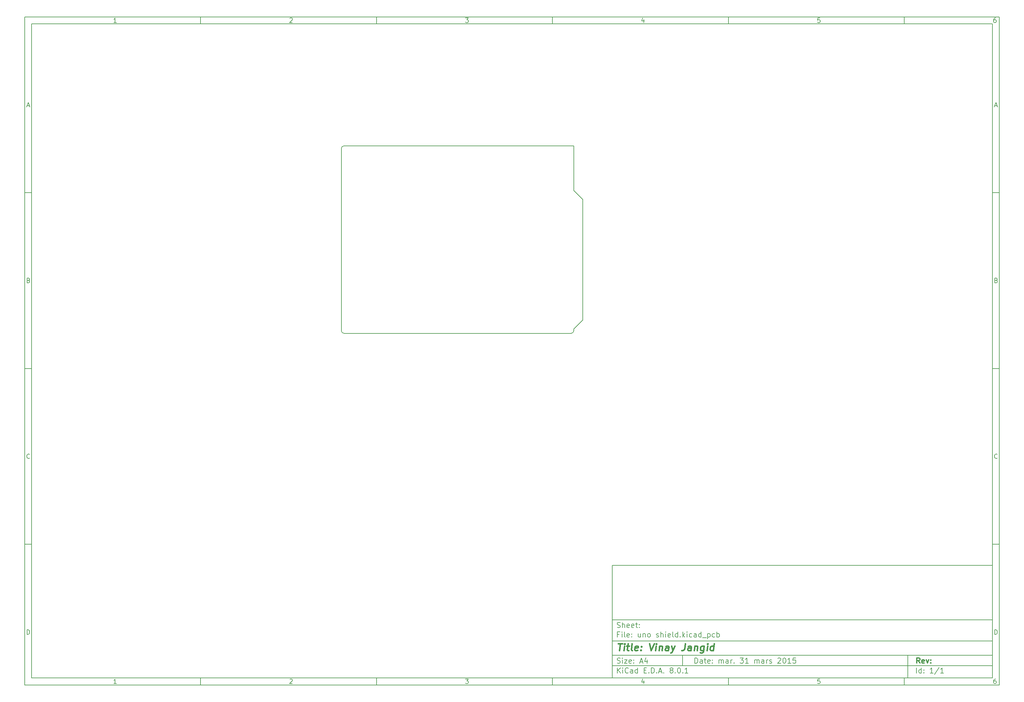
<source format=gbr>
%TF.GenerationSoftware,KiCad,Pcbnew,8.0.1*%
%TF.CreationDate,2024-04-16T15:40:23+05:30*%
%TF.ProjectId,uno shield,756e6f20-7368-4696-956c-642e6b696361,rev?*%
%TF.SameCoordinates,PX5f5e100PY5f5e100*%
%TF.FileFunction,Profile,NP*%
%FSLAX46Y46*%
G04 Gerber Fmt 4.6, Leading zero omitted, Abs format (unit mm)*
G04 Created by KiCad (PCBNEW 8.0.1) date 2024-04-16 15:40:23*
%MOMM*%
%LPD*%
G01*
G04 APERTURE LIST*
%ADD10C,0.100000*%
%ADD11C,0.150000*%
%ADD12C,0.300000*%
%ADD13C,0.400000*%
%TA.AperFunction,Profile*%
%ADD14C,0.150000*%
%TD*%
G04 APERTURE END LIST*
D10*
D11*
X77002200Y-66007200D02*
X185002200Y-66007200D01*
X185002200Y-98007200D01*
X77002200Y-98007200D01*
X77002200Y-66007200D01*
D10*
D11*
X-90000000Y90000000D02*
X187002200Y90000000D01*
X187002200Y-100007200D01*
X-90000000Y-100007200D01*
X-90000000Y90000000D01*
D10*
D11*
X-88000000Y88000000D02*
X185002200Y88000000D01*
X185002200Y-98007200D01*
X-88000000Y-98007200D01*
X-88000000Y88000000D01*
D10*
D11*
X-40000000Y88000000D02*
X-40000000Y90000000D01*
D10*
D11*
X10000000Y88000000D02*
X10000000Y90000000D01*
D10*
D11*
X60000000Y88000000D02*
X60000000Y90000000D01*
D10*
D11*
X110000000Y88000000D02*
X110000000Y90000000D01*
D10*
D11*
X160000000Y88000000D02*
X160000000Y90000000D01*
D10*
D11*
X-63910840Y88406396D02*
X-64653697Y88406396D01*
X-64282269Y88406396D02*
X-64282269Y89706396D01*
X-64282269Y89706396D02*
X-64406078Y89520681D01*
X-64406078Y89520681D02*
X-64529888Y89396872D01*
X-64529888Y89396872D02*
X-64653697Y89334967D01*
D10*
D11*
X-14653697Y89582586D02*
X-14591793Y89644491D01*
X-14591793Y89644491D02*
X-14467983Y89706396D01*
X-14467983Y89706396D02*
X-14158459Y89706396D01*
X-14158459Y89706396D02*
X-14034650Y89644491D01*
X-14034650Y89644491D02*
X-13972745Y89582586D01*
X-13972745Y89582586D02*
X-13910840Y89458777D01*
X-13910840Y89458777D02*
X-13910840Y89334967D01*
X-13910840Y89334967D02*
X-13972745Y89149253D01*
X-13972745Y89149253D02*
X-14715602Y88406396D01*
X-14715602Y88406396D02*
X-13910840Y88406396D01*
D10*
D11*
X35284398Y89706396D02*
X36089160Y89706396D01*
X36089160Y89706396D02*
X35655826Y89211158D01*
X35655826Y89211158D02*
X35841541Y89211158D01*
X35841541Y89211158D02*
X35965350Y89149253D01*
X35965350Y89149253D02*
X36027255Y89087348D01*
X36027255Y89087348D02*
X36089160Y88963539D01*
X36089160Y88963539D02*
X36089160Y88654015D01*
X36089160Y88654015D02*
X36027255Y88530205D01*
X36027255Y88530205D02*
X35965350Y88468300D01*
X35965350Y88468300D02*
X35841541Y88406396D01*
X35841541Y88406396D02*
X35470112Y88406396D01*
X35470112Y88406396D02*
X35346303Y88468300D01*
X35346303Y88468300D02*
X35284398Y88530205D01*
D10*
D11*
X85965350Y89273062D02*
X85965350Y88406396D01*
X85655826Y89768300D02*
X85346303Y88839729D01*
X85346303Y88839729D02*
X86151064Y88839729D01*
D10*
D11*
X136027255Y89706396D02*
X135408207Y89706396D01*
X135408207Y89706396D02*
X135346303Y89087348D01*
X135346303Y89087348D02*
X135408207Y89149253D01*
X135408207Y89149253D02*
X135532017Y89211158D01*
X135532017Y89211158D02*
X135841541Y89211158D01*
X135841541Y89211158D02*
X135965350Y89149253D01*
X135965350Y89149253D02*
X136027255Y89087348D01*
X136027255Y89087348D02*
X136089160Y88963539D01*
X136089160Y88963539D02*
X136089160Y88654015D01*
X136089160Y88654015D02*
X136027255Y88530205D01*
X136027255Y88530205D02*
X135965350Y88468300D01*
X135965350Y88468300D02*
X135841541Y88406396D01*
X135841541Y88406396D02*
X135532017Y88406396D01*
X135532017Y88406396D02*
X135408207Y88468300D01*
X135408207Y88468300D02*
X135346303Y88530205D01*
D10*
D11*
X185965350Y89706396D02*
X185717731Y89706396D01*
X185717731Y89706396D02*
X185593922Y89644491D01*
X185593922Y89644491D02*
X185532017Y89582586D01*
X185532017Y89582586D02*
X185408207Y89396872D01*
X185408207Y89396872D02*
X185346303Y89149253D01*
X185346303Y89149253D02*
X185346303Y88654015D01*
X185346303Y88654015D02*
X185408207Y88530205D01*
X185408207Y88530205D02*
X185470112Y88468300D01*
X185470112Y88468300D02*
X185593922Y88406396D01*
X185593922Y88406396D02*
X185841541Y88406396D01*
X185841541Y88406396D02*
X185965350Y88468300D01*
X185965350Y88468300D02*
X186027255Y88530205D01*
X186027255Y88530205D02*
X186089160Y88654015D01*
X186089160Y88654015D02*
X186089160Y88963539D01*
X186089160Y88963539D02*
X186027255Y89087348D01*
X186027255Y89087348D02*
X185965350Y89149253D01*
X185965350Y89149253D02*
X185841541Y89211158D01*
X185841541Y89211158D02*
X185593922Y89211158D01*
X185593922Y89211158D02*
X185470112Y89149253D01*
X185470112Y89149253D02*
X185408207Y89087348D01*
X185408207Y89087348D02*
X185346303Y88963539D01*
D10*
D11*
X-40000000Y-98007200D02*
X-40000000Y-100007200D01*
D10*
D11*
X10000000Y-98007200D02*
X10000000Y-100007200D01*
D10*
D11*
X60000000Y-98007200D02*
X60000000Y-100007200D01*
D10*
D11*
X110000000Y-98007200D02*
X110000000Y-100007200D01*
D10*
D11*
X160000000Y-98007200D02*
X160000000Y-100007200D01*
D10*
D11*
X-63910840Y-99600804D02*
X-64653697Y-99600804D01*
X-64282269Y-99600804D02*
X-64282269Y-98300804D01*
X-64282269Y-98300804D02*
X-64406078Y-98486519D01*
X-64406078Y-98486519D02*
X-64529888Y-98610328D01*
X-64529888Y-98610328D02*
X-64653697Y-98672233D01*
D10*
D11*
X-14653697Y-98424614D02*
X-14591793Y-98362709D01*
X-14591793Y-98362709D02*
X-14467983Y-98300804D01*
X-14467983Y-98300804D02*
X-14158459Y-98300804D01*
X-14158459Y-98300804D02*
X-14034650Y-98362709D01*
X-14034650Y-98362709D02*
X-13972745Y-98424614D01*
X-13972745Y-98424614D02*
X-13910840Y-98548423D01*
X-13910840Y-98548423D02*
X-13910840Y-98672233D01*
X-13910840Y-98672233D02*
X-13972745Y-98857947D01*
X-13972745Y-98857947D02*
X-14715602Y-99600804D01*
X-14715602Y-99600804D02*
X-13910840Y-99600804D01*
D10*
D11*
X35284398Y-98300804D02*
X36089160Y-98300804D01*
X36089160Y-98300804D02*
X35655826Y-98796042D01*
X35655826Y-98796042D02*
X35841541Y-98796042D01*
X35841541Y-98796042D02*
X35965350Y-98857947D01*
X35965350Y-98857947D02*
X36027255Y-98919852D01*
X36027255Y-98919852D02*
X36089160Y-99043661D01*
X36089160Y-99043661D02*
X36089160Y-99353185D01*
X36089160Y-99353185D02*
X36027255Y-99476995D01*
X36027255Y-99476995D02*
X35965350Y-99538900D01*
X35965350Y-99538900D02*
X35841541Y-99600804D01*
X35841541Y-99600804D02*
X35470112Y-99600804D01*
X35470112Y-99600804D02*
X35346303Y-99538900D01*
X35346303Y-99538900D02*
X35284398Y-99476995D01*
D10*
D11*
X85965350Y-98734138D02*
X85965350Y-99600804D01*
X85655826Y-98238900D02*
X85346303Y-99167471D01*
X85346303Y-99167471D02*
X86151064Y-99167471D01*
D10*
D11*
X136027255Y-98300804D02*
X135408207Y-98300804D01*
X135408207Y-98300804D02*
X135346303Y-98919852D01*
X135346303Y-98919852D02*
X135408207Y-98857947D01*
X135408207Y-98857947D02*
X135532017Y-98796042D01*
X135532017Y-98796042D02*
X135841541Y-98796042D01*
X135841541Y-98796042D02*
X135965350Y-98857947D01*
X135965350Y-98857947D02*
X136027255Y-98919852D01*
X136027255Y-98919852D02*
X136089160Y-99043661D01*
X136089160Y-99043661D02*
X136089160Y-99353185D01*
X136089160Y-99353185D02*
X136027255Y-99476995D01*
X136027255Y-99476995D02*
X135965350Y-99538900D01*
X135965350Y-99538900D02*
X135841541Y-99600804D01*
X135841541Y-99600804D02*
X135532017Y-99600804D01*
X135532017Y-99600804D02*
X135408207Y-99538900D01*
X135408207Y-99538900D02*
X135346303Y-99476995D01*
D10*
D11*
X185965350Y-98300804D02*
X185717731Y-98300804D01*
X185717731Y-98300804D02*
X185593922Y-98362709D01*
X185593922Y-98362709D02*
X185532017Y-98424614D01*
X185532017Y-98424614D02*
X185408207Y-98610328D01*
X185408207Y-98610328D02*
X185346303Y-98857947D01*
X185346303Y-98857947D02*
X185346303Y-99353185D01*
X185346303Y-99353185D02*
X185408207Y-99476995D01*
X185408207Y-99476995D02*
X185470112Y-99538900D01*
X185470112Y-99538900D02*
X185593922Y-99600804D01*
X185593922Y-99600804D02*
X185841541Y-99600804D01*
X185841541Y-99600804D02*
X185965350Y-99538900D01*
X185965350Y-99538900D02*
X186027255Y-99476995D01*
X186027255Y-99476995D02*
X186089160Y-99353185D01*
X186089160Y-99353185D02*
X186089160Y-99043661D01*
X186089160Y-99043661D02*
X186027255Y-98919852D01*
X186027255Y-98919852D02*
X185965350Y-98857947D01*
X185965350Y-98857947D02*
X185841541Y-98796042D01*
X185841541Y-98796042D02*
X185593922Y-98796042D01*
X185593922Y-98796042D02*
X185470112Y-98857947D01*
X185470112Y-98857947D02*
X185408207Y-98919852D01*
X185408207Y-98919852D02*
X185346303Y-99043661D01*
D10*
D11*
X-90000000Y40000000D02*
X-88000000Y40000000D01*
D10*
D11*
X-90000000Y-10000000D02*
X-88000000Y-10000000D01*
D10*
D11*
X-90000000Y-60000000D02*
X-88000000Y-60000000D01*
D10*
D11*
X-89309524Y64777824D02*
X-88690477Y64777824D01*
X-89433334Y64406396D02*
X-89000001Y65706396D01*
X-89000001Y65706396D02*
X-88566667Y64406396D01*
D10*
D11*
X-88907143Y15087348D02*
X-88721429Y15025443D01*
X-88721429Y15025443D02*
X-88659524Y14963539D01*
X-88659524Y14963539D02*
X-88597620Y14839729D01*
X-88597620Y14839729D02*
X-88597620Y14654015D01*
X-88597620Y14654015D02*
X-88659524Y14530205D01*
X-88659524Y14530205D02*
X-88721429Y14468300D01*
X-88721429Y14468300D02*
X-88845239Y14406396D01*
X-88845239Y14406396D02*
X-89340477Y14406396D01*
X-89340477Y14406396D02*
X-89340477Y15706396D01*
X-89340477Y15706396D02*
X-88907143Y15706396D01*
X-88907143Y15706396D02*
X-88783334Y15644491D01*
X-88783334Y15644491D02*
X-88721429Y15582586D01*
X-88721429Y15582586D02*
X-88659524Y15458777D01*
X-88659524Y15458777D02*
X-88659524Y15334967D01*
X-88659524Y15334967D02*
X-88721429Y15211158D01*
X-88721429Y15211158D02*
X-88783334Y15149253D01*
X-88783334Y15149253D02*
X-88907143Y15087348D01*
X-88907143Y15087348D02*
X-89340477Y15087348D01*
D10*
D11*
X-88597620Y-35469795D02*
X-88659524Y-35531700D01*
X-88659524Y-35531700D02*
X-88845239Y-35593604D01*
X-88845239Y-35593604D02*
X-88969048Y-35593604D01*
X-88969048Y-35593604D02*
X-89154762Y-35531700D01*
X-89154762Y-35531700D02*
X-89278572Y-35407890D01*
X-89278572Y-35407890D02*
X-89340477Y-35284080D01*
X-89340477Y-35284080D02*
X-89402381Y-35036461D01*
X-89402381Y-35036461D02*
X-89402381Y-34850747D01*
X-89402381Y-34850747D02*
X-89340477Y-34603128D01*
X-89340477Y-34603128D02*
X-89278572Y-34479319D01*
X-89278572Y-34479319D02*
X-89154762Y-34355509D01*
X-89154762Y-34355509D02*
X-88969048Y-34293604D01*
X-88969048Y-34293604D02*
X-88845239Y-34293604D01*
X-88845239Y-34293604D02*
X-88659524Y-34355509D01*
X-88659524Y-34355509D02*
X-88597620Y-34417414D01*
D10*
D11*
X-89340477Y-85593604D02*
X-89340477Y-84293604D01*
X-89340477Y-84293604D02*
X-89030953Y-84293604D01*
X-89030953Y-84293604D02*
X-88845239Y-84355509D01*
X-88845239Y-84355509D02*
X-88721429Y-84479319D01*
X-88721429Y-84479319D02*
X-88659524Y-84603128D01*
X-88659524Y-84603128D02*
X-88597620Y-84850747D01*
X-88597620Y-84850747D02*
X-88597620Y-85036461D01*
X-88597620Y-85036461D02*
X-88659524Y-85284080D01*
X-88659524Y-85284080D02*
X-88721429Y-85407890D01*
X-88721429Y-85407890D02*
X-88845239Y-85531700D01*
X-88845239Y-85531700D02*
X-89030953Y-85593604D01*
X-89030953Y-85593604D02*
X-89340477Y-85593604D01*
D10*
D11*
X187002200Y40000000D02*
X185002200Y40000000D01*
D10*
D11*
X187002200Y-10000000D02*
X185002200Y-10000000D01*
D10*
D11*
X187002200Y-60000000D02*
X185002200Y-60000000D01*
D10*
D11*
X185692676Y64777824D02*
X186311723Y64777824D01*
X185568866Y64406396D02*
X186002199Y65706396D01*
X186002199Y65706396D02*
X186435533Y64406396D01*
D10*
D11*
X186095057Y15087348D02*
X186280771Y15025443D01*
X186280771Y15025443D02*
X186342676Y14963539D01*
X186342676Y14963539D02*
X186404580Y14839729D01*
X186404580Y14839729D02*
X186404580Y14654015D01*
X186404580Y14654015D02*
X186342676Y14530205D01*
X186342676Y14530205D02*
X186280771Y14468300D01*
X186280771Y14468300D02*
X186156961Y14406396D01*
X186156961Y14406396D02*
X185661723Y14406396D01*
X185661723Y14406396D02*
X185661723Y15706396D01*
X185661723Y15706396D02*
X186095057Y15706396D01*
X186095057Y15706396D02*
X186218866Y15644491D01*
X186218866Y15644491D02*
X186280771Y15582586D01*
X186280771Y15582586D02*
X186342676Y15458777D01*
X186342676Y15458777D02*
X186342676Y15334967D01*
X186342676Y15334967D02*
X186280771Y15211158D01*
X186280771Y15211158D02*
X186218866Y15149253D01*
X186218866Y15149253D02*
X186095057Y15087348D01*
X186095057Y15087348D02*
X185661723Y15087348D01*
D10*
D11*
X186404580Y-35469795D02*
X186342676Y-35531700D01*
X186342676Y-35531700D02*
X186156961Y-35593604D01*
X186156961Y-35593604D02*
X186033152Y-35593604D01*
X186033152Y-35593604D02*
X185847438Y-35531700D01*
X185847438Y-35531700D02*
X185723628Y-35407890D01*
X185723628Y-35407890D02*
X185661723Y-35284080D01*
X185661723Y-35284080D02*
X185599819Y-35036461D01*
X185599819Y-35036461D02*
X185599819Y-34850747D01*
X185599819Y-34850747D02*
X185661723Y-34603128D01*
X185661723Y-34603128D02*
X185723628Y-34479319D01*
X185723628Y-34479319D02*
X185847438Y-34355509D01*
X185847438Y-34355509D02*
X186033152Y-34293604D01*
X186033152Y-34293604D02*
X186156961Y-34293604D01*
X186156961Y-34293604D02*
X186342676Y-34355509D01*
X186342676Y-34355509D02*
X186404580Y-34417414D01*
D10*
D11*
X185661723Y-85593604D02*
X185661723Y-84293604D01*
X185661723Y-84293604D02*
X185971247Y-84293604D01*
X185971247Y-84293604D02*
X186156961Y-84355509D01*
X186156961Y-84355509D02*
X186280771Y-84479319D01*
X186280771Y-84479319D02*
X186342676Y-84603128D01*
X186342676Y-84603128D02*
X186404580Y-84850747D01*
X186404580Y-84850747D02*
X186404580Y-85036461D01*
X186404580Y-85036461D02*
X186342676Y-85284080D01*
X186342676Y-85284080D02*
X186280771Y-85407890D01*
X186280771Y-85407890D02*
X186156961Y-85531700D01*
X186156961Y-85531700D02*
X185971247Y-85593604D01*
X185971247Y-85593604D02*
X185661723Y-85593604D01*
D10*
D11*
X100458026Y-93793328D02*
X100458026Y-92293328D01*
X100458026Y-92293328D02*
X100815169Y-92293328D01*
X100815169Y-92293328D02*
X101029455Y-92364757D01*
X101029455Y-92364757D02*
X101172312Y-92507614D01*
X101172312Y-92507614D02*
X101243741Y-92650471D01*
X101243741Y-92650471D02*
X101315169Y-92936185D01*
X101315169Y-92936185D02*
X101315169Y-93150471D01*
X101315169Y-93150471D02*
X101243741Y-93436185D01*
X101243741Y-93436185D02*
X101172312Y-93579042D01*
X101172312Y-93579042D02*
X101029455Y-93721900D01*
X101029455Y-93721900D02*
X100815169Y-93793328D01*
X100815169Y-93793328D02*
X100458026Y-93793328D01*
X102600884Y-93793328D02*
X102600884Y-93007614D01*
X102600884Y-93007614D02*
X102529455Y-92864757D01*
X102529455Y-92864757D02*
X102386598Y-92793328D01*
X102386598Y-92793328D02*
X102100884Y-92793328D01*
X102100884Y-92793328D02*
X101958026Y-92864757D01*
X102600884Y-93721900D02*
X102458026Y-93793328D01*
X102458026Y-93793328D02*
X102100884Y-93793328D01*
X102100884Y-93793328D02*
X101958026Y-93721900D01*
X101958026Y-93721900D02*
X101886598Y-93579042D01*
X101886598Y-93579042D02*
X101886598Y-93436185D01*
X101886598Y-93436185D02*
X101958026Y-93293328D01*
X101958026Y-93293328D02*
X102100884Y-93221900D01*
X102100884Y-93221900D02*
X102458026Y-93221900D01*
X102458026Y-93221900D02*
X102600884Y-93150471D01*
X103100884Y-92793328D02*
X103672312Y-92793328D01*
X103315169Y-92293328D02*
X103315169Y-93579042D01*
X103315169Y-93579042D02*
X103386598Y-93721900D01*
X103386598Y-93721900D02*
X103529455Y-93793328D01*
X103529455Y-93793328D02*
X103672312Y-93793328D01*
X104743741Y-93721900D02*
X104600884Y-93793328D01*
X104600884Y-93793328D02*
X104315170Y-93793328D01*
X104315170Y-93793328D02*
X104172312Y-93721900D01*
X104172312Y-93721900D02*
X104100884Y-93579042D01*
X104100884Y-93579042D02*
X104100884Y-93007614D01*
X104100884Y-93007614D02*
X104172312Y-92864757D01*
X104172312Y-92864757D02*
X104315170Y-92793328D01*
X104315170Y-92793328D02*
X104600884Y-92793328D01*
X104600884Y-92793328D02*
X104743741Y-92864757D01*
X104743741Y-92864757D02*
X104815170Y-93007614D01*
X104815170Y-93007614D02*
X104815170Y-93150471D01*
X104815170Y-93150471D02*
X104100884Y-93293328D01*
X105458026Y-93650471D02*
X105529455Y-93721900D01*
X105529455Y-93721900D02*
X105458026Y-93793328D01*
X105458026Y-93793328D02*
X105386598Y-93721900D01*
X105386598Y-93721900D02*
X105458026Y-93650471D01*
X105458026Y-93650471D02*
X105458026Y-93793328D01*
X105458026Y-92864757D02*
X105529455Y-92936185D01*
X105529455Y-92936185D02*
X105458026Y-93007614D01*
X105458026Y-93007614D02*
X105386598Y-92936185D01*
X105386598Y-92936185D02*
X105458026Y-92864757D01*
X105458026Y-92864757D02*
X105458026Y-93007614D01*
X107315169Y-93793328D02*
X107315169Y-92793328D01*
X107315169Y-92936185D02*
X107386598Y-92864757D01*
X107386598Y-92864757D02*
X107529455Y-92793328D01*
X107529455Y-92793328D02*
X107743741Y-92793328D01*
X107743741Y-92793328D02*
X107886598Y-92864757D01*
X107886598Y-92864757D02*
X107958027Y-93007614D01*
X107958027Y-93007614D02*
X107958027Y-93793328D01*
X107958027Y-93007614D02*
X108029455Y-92864757D01*
X108029455Y-92864757D02*
X108172312Y-92793328D01*
X108172312Y-92793328D02*
X108386598Y-92793328D01*
X108386598Y-92793328D02*
X108529455Y-92864757D01*
X108529455Y-92864757D02*
X108600884Y-93007614D01*
X108600884Y-93007614D02*
X108600884Y-93793328D01*
X109958027Y-93793328D02*
X109958027Y-93007614D01*
X109958027Y-93007614D02*
X109886598Y-92864757D01*
X109886598Y-92864757D02*
X109743741Y-92793328D01*
X109743741Y-92793328D02*
X109458027Y-92793328D01*
X109458027Y-92793328D02*
X109315169Y-92864757D01*
X109958027Y-93721900D02*
X109815169Y-93793328D01*
X109815169Y-93793328D02*
X109458027Y-93793328D01*
X109458027Y-93793328D02*
X109315169Y-93721900D01*
X109315169Y-93721900D02*
X109243741Y-93579042D01*
X109243741Y-93579042D02*
X109243741Y-93436185D01*
X109243741Y-93436185D02*
X109315169Y-93293328D01*
X109315169Y-93293328D02*
X109458027Y-93221900D01*
X109458027Y-93221900D02*
X109815169Y-93221900D01*
X109815169Y-93221900D02*
X109958027Y-93150471D01*
X110672312Y-93793328D02*
X110672312Y-92793328D01*
X110672312Y-93079042D02*
X110743741Y-92936185D01*
X110743741Y-92936185D02*
X110815170Y-92864757D01*
X110815170Y-92864757D02*
X110958027Y-92793328D01*
X110958027Y-92793328D02*
X111100884Y-92793328D01*
X111600883Y-93650471D02*
X111672312Y-93721900D01*
X111672312Y-93721900D02*
X111600883Y-93793328D01*
X111600883Y-93793328D02*
X111529455Y-93721900D01*
X111529455Y-93721900D02*
X111600883Y-93650471D01*
X111600883Y-93650471D02*
X111600883Y-93793328D01*
X113315169Y-92293328D02*
X114243741Y-92293328D01*
X114243741Y-92293328D02*
X113743741Y-92864757D01*
X113743741Y-92864757D02*
X113958026Y-92864757D01*
X113958026Y-92864757D02*
X114100884Y-92936185D01*
X114100884Y-92936185D02*
X114172312Y-93007614D01*
X114172312Y-93007614D02*
X114243741Y-93150471D01*
X114243741Y-93150471D02*
X114243741Y-93507614D01*
X114243741Y-93507614D02*
X114172312Y-93650471D01*
X114172312Y-93650471D02*
X114100884Y-93721900D01*
X114100884Y-93721900D02*
X113958026Y-93793328D01*
X113958026Y-93793328D02*
X113529455Y-93793328D01*
X113529455Y-93793328D02*
X113386598Y-93721900D01*
X113386598Y-93721900D02*
X113315169Y-93650471D01*
X115672312Y-93793328D02*
X114815169Y-93793328D01*
X115243740Y-93793328D02*
X115243740Y-92293328D01*
X115243740Y-92293328D02*
X115100883Y-92507614D01*
X115100883Y-92507614D02*
X114958026Y-92650471D01*
X114958026Y-92650471D02*
X114815169Y-92721900D01*
X117458025Y-93793328D02*
X117458025Y-92793328D01*
X117458025Y-92936185D02*
X117529454Y-92864757D01*
X117529454Y-92864757D02*
X117672311Y-92793328D01*
X117672311Y-92793328D02*
X117886597Y-92793328D01*
X117886597Y-92793328D02*
X118029454Y-92864757D01*
X118029454Y-92864757D02*
X118100883Y-93007614D01*
X118100883Y-93007614D02*
X118100883Y-93793328D01*
X118100883Y-93007614D02*
X118172311Y-92864757D01*
X118172311Y-92864757D02*
X118315168Y-92793328D01*
X118315168Y-92793328D02*
X118529454Y-92793328D01*
X118529454Y-92793328D02*
X118672311Y-92864757D01*
X118672311Y-92864757D02*
X118743740Y-93007614D01*
X118743740Y-93007614D02*
X118743740Y-93793328D01*
X120100883Y-93793328D02*
X120100883Y-93007614D01*
X120100883Y-93007614D02*
X120029454Y-92864757D01*
X120029454Y-92864757D02*
X119886597Y-92793328D01*
X119886597Y-92793328D02*
X119600883Y-92793328D01*
X119600883Y-92793328D02*
X119458025Y-92864757D01*
X120100883Y-93721900D02*
X119958025Y-93793328D01*
X119958025Y-93793328D02*
X119600883Y-93793328D01*
X119600883Y-93793328D02*
X119458025Y-93721900D01*
X119458025Y-93721900D02*
X119386597Y-93579042D01*
X119386597Y-93579042D02*
X119386597Y-93436185D01*
X119386597Y-93436185D02*
X119458025Y-93293328D01*
X119458025Y-93293328D02*
X119600883Y-93221900D01*
X119600883Y-93221900D02*
X119958025Y-93221900D01*
X119958025Y-93221900D02*
X120100883Y-93150471D01*
X120815168Y-93793328D02*
X120815168Y-92793328D01*
X120815168Y-93079042D02*
X120886597Y-92936185D01*
X120886597Y-92936185D02*
X120958026Y-92864757D01*
X120958026Y-92864757D02*
X121100883Y-92793328D01*
X121100883Y-92793328D02*
X121243740Y-92793328D01*
X121672311Y-93721900D02*
X121815168Y-93793328D01*
X121815168Y-93793328D02*
X122100882Y-93793328D01*
X122100882Y-93793328D02*
X122243739Y-93721900D01*
X122243739Y-93721900D02*
X122315168Y-93579042D01*
X122315168Y-93579042D02*
X122315168Y-93507614D01*
X122315168Y-93507614D02*
X122243739Y-93364757D01*
X122243739Y-93364757D02*
X122100882Y-93293328D01*
X122100882Y-93293328D02*
X121886597Y-93293328D01*
X121886597Y-93293328D02*
X121743739Y-93221900D01*
X121743739Y-93221900D02*
X121672311Y-93079042D01*
X121672311Y-93079042D02*
X121672311Y-93007614D01*
X121672311Y-93007614D02*
X121743739Y-92864757D01*
X121743739Y-92864757D02*
X121886597Y-92793328D01*
X121886597Y-92793328D02*
X122100882Y-92793328D01*
X122100882Y-92793328D02*
X122243739Y-92864757D01*
X124029454Y-92436185D02*
X124100882Y-92364757D01*
X124100882Y-92364757D02*
X124243740Y-92293328D01*
X124243740Y-92293328D02*
X124600882Y-92293328D01*
X124600882Y-92293328D02*
X124743740Y-92364757D01*
X124743740Y-92364757D02*
X124815168Y-92436185D01*
X124815168Y-92436185D02*
X124886597Y-92579042D01*
X124886597Y-92579042D02*
X124886597Y-92721900D01*
X124886597Y-92721900D02*
X124815168Y-92936185D01*
X124815168Y-92936185D02*
X123958025Y-93793328D01*
X123958025Y-93793328D02*
X124886597Y-93793328D01*
X125815168Y-92293328D02*
X125958025Y-92293328D01*
X125958025Y-92293328D02*
X126100882Y-92364757D01*
X126100882Y-92364757D02*
X126172311Y-92436185D01*
X126172311Y-92436185D02*
X126243739Y-92579042D01*
X126243739Y-92579042D02*
X126315168Y-92864757D01*
X126315168Y-92864757D02*
X126315168Y-93221900D01*
X126315168Y-93221900D02*
X126243739Y-93507614D01*
X126243739Y-93507614D02*
X126172311Y-93650471D01*
X126172311Y-93650471D02*
X126100882Y-93721900D01*
X126100882Y-93721900D02*
X125958025Y-93793328D01*
X125958025Y-93793328D02*
X125815168Y-93793328D01*
X125815168Y-93793328D02*
X125672311Y-93721900D01*
X125672311Y-93721900D02*
X125600882Y-93650471D01*
X125600882Y-93650471D02*
X125529453Y-93507614D01*
X125529453Y-93507614D02*
X125458025Y-93221900D01*
X125458025Y-93221900D02*
X125458025Y-92864757D01*
X125458025Y-92864757D02*
X125529453Y-92579042D01*
X125529453Y-92579042D02*
X125600882Y-92436185D01*
X125600882Y-92436185D02*
X125672311Y-92364757D01*
X125672311Y-92364757D02*
X125815168Y-92293328D01*
X127743739Y-93793328D02*
X126886596Y-93793328D01*
X127315167Y-93793328D02*
X127315167Y-92293328D01*
X127315167Y-92293328D02*
X127172310Y-92507614D01*
X127172310Y-92507614D02*
X127029453Y-92650471D01*
X127029453Y-92650471D02*
X126886596Y-92721900D01*
X129100881Y-92293328D02*
X128386595Y-92293328D01*
X128386595Y-92293328D02*
X128315167Y-93007614D01*
X128315167Y-93007614D02*
X128386595Y-92936185D01*
X128386595Y-92936185D02*
X128529453Y-92864757D01*
X128529453Y-92864757D02*
X128886595Y-92864757D01*
X128886595Y-92864757D02*
X129029453Y-92936185D01*
X129029453Y-92936185D02*
X129100881Y-93007614D01*
X129100881Y-93007614D02*
X129172310Y-93150471D01*
X129172310Y-93150471D02*
X129172310Y-93507614D01*
X129172310Y-93507614D02*
X129100881Y-93650471D01*
X129100881Y-93650471D02*
X129029453Y-93721900D01*
X129029453Y-93721900D02*
X128886595Y-93793328D01*
X128886595Y-93793328D02*
X128529453Y-93793328D01*
X128529453Y-93793328D02*
X128386595Y-93721900D01*
X128386595Y-93721900D02*
X128315167Y-93650471D01*
D10*
D11*
X77002200Y-94507200D02*
X185002200Y-94507200D01*
D10*
D11*
X78458026Y-96593328D02*
X78458026Y-95093328D01*
X79315169Y-96593328D02*
X78672312Y-95736185D01*
X79315169Y-95093328D02*
X78458026Y-95950471D01*
X79958026Y-96593328D02*
X79958026Y-95593328D01*
X79958026Y-95093328D02*
X79886598Y-95164757D01*
X79886598Y-95164757D02*
X79958026Y-95236185D01*
X79958026Y-95236185D02*
X80029455Y-95164757D01*
X80029455Y-95164757D02*
X79958026Y-95093328D01*
X79958026Y-95093328D02*
X79958026Y-95236185D01*
X81529455Y-96450471D02*
X81458027Y-96521900D01*
X81458027Y-96521900D02*
X81243741Y-96593328D01*
X81243741Y-96593328D02*
X81100884Y-96593328D01*
X81100884Y-96593328D02*
X80886598Y-96521900D01*
X80886598Y-96521900D02*
X80743741Y-96379042D01*
X80743741Y-96379042D02*
X80672312Y-96236185D01*
X80672312Y-96236185D02*
X80600884Y-95950471D01*
X80600884Y-95950471D02*
X80600884Y-95736185D01*
X80600884Y-95736185D02*
X80672312Y-95450471D01*
X80672312Y-95450471D02*
X80743741Y-95307614D01*
X80743741Y-95307614D02*
X80886598Y-95164757D01*
X80886598Y-95164757D02*
X81100884Y-95093328D01*
X81100884Y-95093328D02*
X81243741Y-95093328D01*
X81243741Y-95093328D02*
X81458027Y-95164757D01*
X81458027Y-95164757D02*
X81529455Y-95236185D01*
X82815170Y-96593328D02*
X82815170Y-95807614D01*
X82815170Y-95807614D02*
X82743741Y-95664757D01*
X82743741Y-95664757D02*
X82600884Y-95593328D01*
X82600884Y-95593328D02*
X82315170Y-95593328D01*
X82315170Y-95593328D02*
X82172312Y-95664757D01*
X82815170Y-96521900D02*
X82672312Y-96593328D01*
X82672312Y-96593328D02*
X82315170Y-96593328D01*
X82315170Y-96593328D02*
X82172312Y-96521900D01*
X82172312Y-96521900D02*
X82100884Y-96379042D01*
X82100884Y-96379042D02*
X82100884Y-96236185D01*
X82100884Y-96236185D02*
X82172312Y-96093328D01*
X82172312Y-96093328D02*
X82315170Y-96021900D01*
X82315170Y-96021900D02*
X82672312Y-96021900D01*
X82672312Y-96021900D02*
X82815170Y-95950471D01*
X84172313Y-96593328D02*
X84172313Y-95093328D01*
X84172313Y-96521900D02*
X84029455Y-96593328D01*
X84029455Y-96593328D02*
X83743741Y-96593328D01*
X83743741Y-96593328D02*
X83600884Y-96521900D01*
X83600884Y-96521900D02*
X83529455Y-96450471D01*
X83529455Y-96450471D02*
X83458027Y-96307614D01*
X83458027Y-96307614D02*
X83458027Y-95879042D01*
X83458027Y-95879042D02*
X83529455Y-95736185D01*
X83529455Y-95736185D02*
X83600884Y-95664757D01*
X83600884Y-95664757D02*
X83743741Y-95593328D01*
X83743741Y-95593328D02*
X84029455Y-95593328D01*
X84029455Y-95593328D02*
X84172313Y-95664757D01*
X86029455Y-95807614D02*
X86529455Y-95807614D01*
X86743741Y-96593328D02*
X86029455Y-96593328D01*
X86029455Y-96593328D02*
X86029455Y-95093328D01*
X86029455Y-95093328D02*
X86743741Y-95093328D01*
X87386598Y-96450471D02*
X87458027Y-96521900D01*
X87458027Y-96521900D02*
X87386598Y-96593328D01*
X87386598Y-96593328D02*
X87315170Y-96521900D01*
X87315170Y-96521900D02*
X87386598Y-96450471D01*
X87386598Y-96450471D02*
X87386598Y-96593328D01*
X88100884Y-96593328D02*
X88100884Y-95093328D01*
X88100884Y-95093328D02*
X88458027Y-95093328D01*
X88458027Y-95093328D02*
X88672313Y-95164757D01*
X88672313Y-95164757D02*
X88815170Y-95307614D01*
X88815170Y-95307614D02*
X88886599Y-95450471D01*
X88886599Y-95450471D02*
X88958027Y-95736185D01*
X88958027Y-95736185D02*
X88958027Y-95950471D01*
X88958027Y-95950471D02*
X88886599Y-96236185D01*
X88886599Y-96236185D02*
X88815170Y-96379042D01*
X88815170Y-96379042D02*
X88672313Y-96521900D01*
X88672313Y-96521900D02*
X88458027Y-96593328D01*
X88458027Y-96593328D02*
X88100884Y-96593328D01*
X89600884Y-96450471D02*
X89672313Y-96521900D01*
X89672313Y-96521900D02*
X89600884Y-96593328D01*
X89600884Y-96593328D02*
X89529456Y-96521900D01*
X89529456Y-96521900D02*
X89600884Y-96450471D01*
X89600884Y-96450471D02*
X89600884Y-96593328D01*
X90243742Y-96164757D02*
X90958028Y-96164757D01*
X90100885Y-96593328D02*
X90600885Y-95093328D01*
X90600885Y-95093328D02*
X91100885Y-96593328D01*
X91600884Y-96450471D02*
X91672313Y-96521900D01*
X91672313Y-96521900D02*
X91600884Y-96593328D01*
X91600884Y-96593328D02*
X91529456Y-96521900D01*
X91529456Y-96521900D02*
X91600884Y-96450471D01*
X91600884Y-96450471D02*
X91600884Y-96593328D01*
X93672313Y-95736185D02*
X93529456Y-95664757D01*
X93529456Y-95664757D02*
X93458027Y-95593328D01*
X93458027Y-95593328D02*
X93386599Y-95450471D01*
X93386599Y-95450471D02*
X93386599Y-95379042D01*
X93386599Y-95379042D02*
X93458027Y-95236185D01*
X93458027Y-95236185D02*
X93529456Y-95164757D01*
X93529456Y-95164757D02*
X93672313Y-95093328D01*
X93672313Y-95093328D02*
X93958027Y-95093328D01*
X93958027Y-95093328D02*
X94100885Y-95164757D01*
X94100885Y-95164757D02*
X94172313Y-95236185D01*
X94172313Y-95236185D02*
X94243742Y-95379042D01*
X94243742Y-95379042D02*
X94243742Y-95450471D01*
X94243742Y-95450471D02*
X94172313Y-95593328D01*
X94172313Y-95593328D02*
X94100885Y-95664757D01*
X94100885Y-95664757D02*
X93958027Y-95736185D01*
X93958027Y-95736185D02*
X93672313Y-95736185D01*
X93672313Y-95736185D02*
X93529456Y-95807614D01*
X93529456Y-95807614D02*
X93458027Y-95879042D01*
X93458027Y-95879042D02*
X93386599Y-96021900D01*
X93386599Y-96021900D02*
X93386599Y-96307614D01*
X93386599Y-96307614D02*
X93458027Y-96450471D01*
X93458027Y-96450471D02*
X93529456Y-96521900D01*
X93529456Y-96521900D02*
X93672313Y-96593328D01*
X93672313Y-96593328D02*
X93958027Y-96593328D01*
X93958027Y-96593328D02*
X94100885Y-96521900D01*
X94100885Y-96521900D02*
X94172313Y-96450471D01*
X94172313Y-96450471D02*
X94243742Y-96307614D01*
X94243742Y-96307614D02*
X94243742Y-96021900D01*
X94243742Y-96021900D02*
X94172313Y-95879042D01*
X94172313Y-95879042D02*
X94100885Y-95807614D01*
X94100885Y-95807614D02*
X93958027Y-95736185D01*
X94886598Y-96450471D02*
X94958027Y-96521900D01*
X94958027Y-96521900D02*
X94886598Y-96593328D01*
X94886598Y-96593328D02*
X94815170Y-96521900D01*
X94815170Y-96521900D02*
X94886598Y-96450471D01*
X94886598Y-96450471D02*
X94886598Y-96593328D01*
X95886599Y-95093328D02*
X96029456Y-95093328D01*
X96029456Y-95093328D02*
X96172313Y-95164757D01*
X96172313Y-95164757D02*
X96243742Y-95236185D01*
X96243742Y-95236185D02*
X96315170Y-95379042D01*
X96315170Y-95379042D02*
X96386599Y-95664757D01*
X96386599Y-95664757D02*
X96386599Y-96021900D01*
X96386599Y-96021900D02*
X96315170Y-96307614D01*
X96315170Y-96307614D02*
X96243742Y-96450471D01*
X96243742Y-96450471D02*
X96172313Y-96521900D01*
X96172313Y-96521900D02*
X96029456Y-96593328D01*
X96029456Y-96593328D02*
X95886599Y-96593328D01*
X95886599Y-96593328D02*
X95743742Y-96521900D01*
X95743742Y-96521900D02*
X95672313Y-96450471D01*
X95672313Y-96450471D02*
X95600884Y-96307614D01*
X95600884Y-96307614D02*
X95529456Y-96021900D01*
X95529456Y-96021900D02*
X95529456Y-95664757D01*
X95529456Y-95664757D02*
X95600884Y-95379042D01*
X95600884Y-95379042D02*
X95672313Y-95236185D01*
X95672313Y-95236185D02*
X95743742Y-95164757D01*
X95743742Y-95164757D02*
X95886599Y-95093328D01*
X97029455Y-96450471D02*
X97100884Y-96521900D01*
X97100884Y-96521900D02*
X97029455Y-96593328D01*
X97029455Y-96593328D02*
X96958027Y-96521900D01*
X96958027Y-96521900D02*
X97029455Y-96450471D01*
X97029455Y-96450471D02*
X97029455Y-96593328D01*
X98529456Y-96593328D02*
X97672313Y-96593328D01*
X98100884Y-96593328D02*
X98100884Y-95093328D01*
X98100884Y-95093328D02*
X97958027Y-95307614D01*
X97958027Y-95307614D02*
X97815170Y-95450471D01*
X97815170Y-95450471D02*
X97672313Y-95521900D01*
D10*
D11*
X77002200Y-91507200D02*
X185002200Y-91507200D01*
D10*
D12*
X164413853Y-93785528D02*
X163913853Y-93071242D01*
X163556710Y-93785528D02*
X163556710Y-92285528D01*
X163556710Y-92285528D02*
X164128139Y-92285528D01*
X164128139Y-92285528D02*
X164270996Y-92356957D01*
X164270996Y-92356957D02*
X164342425Y-92428385D01*
X164342425Y-92428385D02*
X164413853Y-92571242D01*
X164413853Y-92571242D02*
X164413853Y-92785528D01*
X164413853Y-92785528D02*
X164342425Y-92928385D01*
X164342425Y-92928385D02*
X164270996Y-92999814D01*
X164270996Y-92999814D02*
X164128139Y-93071242D01*
X164128139Y-93071242D02*
X163556710Y-93071242D01*
X165628139Y-93714100D02*
X165485282Y-93785528D01*
X165485282Y-93785528D02*
X165199568Y-93785528D01*
X165199568Y-93785528D02*
X165056710Y-93714100D01*
X165056710Y-93714100D02*
X164985282Y-93571242D01*
X164985282Y-93571242D02*
X164985282Y-92999814D01*
X164985282Y-92999814D02*
X165056710Y-92856957D01*
X165056710Y-92856957D02*
X165199568Y-92785528D01*
X165199568Y-92785528D02*
X165485282Y-92785528D01*
X165485282Y-92785528D02*
X165628139Y-92856957D01*
X165628139Y-92856957D02*
X165699568Y-92999814D01*
X165699568Y-92999814D02*
X165699568Y-93142671D01*
X165699568Y-93142671D02*
X164985282Y-93285528D01*
X166199567Y-92785528D02*
X166556710Y-93785528D01*
X166556710Y-93785528D02*
X166913853Y-92785528D01*
X167485281Y-93642671D02*
X167556710Y-93714100D01*
X167556710Y-93714100D02*
X167485281Y-93785528D01*
X167485281Y-93785528D02*
X167413853Y-93714100D01*
X167413853Y-93714100D02*
X167485281Y-93642671D01*
X167485281Y-93642671D02*
X167485281Y-93785528D01*
X167485281Y-92856957D02*
X167556710Y-92928385D01*
X167556710Y-92928385D02*
X167485281Y-92999814D01*
X167485281Y-92999814D02*
X167413853Y-92928385D01*
X167413853Y-92928385D02*
X167485281Y-92856957D01*
X167485281Y-92856957D02*
X167485281Y-92999814D01*
D10*
D11*
X78386598Y-93721900D02*
X78600884Y-93793328D01*
X78600884Y-93793328D02*
X78958026Y-93793328D01*
X78958026Y-93793328D02*
X79100884Y-93721900D01*
X79100884Y-93721900D02*
X79172312Y-93650471D01*
X79172312Y-93650471D02*
X79243741Y-93507614D01*
X79243741Y-93507614D02*
X79243741Y-93364757D01*
X79243741Y-93364757D02*
X79172312Y-93221900D01*
X79172312Y-93221900D02*
X79100884Y-93150471D01*
X79100884Y-93150471D02*
X78958026Y-93079042D01*
X78958026Y-93079042D02*
X78672312Y-93007614D01*
X78672312Y-93007614D02*
X78529455Y-92936185D01*
X78529455Y-92936185D02*
X78458026Y-92864757D01*
X78458026Y-92864757D02*
X78386598Y-92721900D01*
X78386598Y-92721900D02*
X78386598Y-92579042D01*
X78386598Y-92579042D02*
X78458026Y-92436185D01*
X78458026Y-92436185D02*
X78529455Y-92364757D01*
X78529455Y-92364757D02*
X78672312Y-92293328D01*
X78672312Y-92293328D02*
X79029455Y-92293328D01*
X79029455Y-92293328D02*
X79243741Y-92364757D01*
X79886597Y-93793328D02*
X79886597Y-92793328D01*
X79886597Y-92293328D02*
X79815169Y-92364757D01*
X79815169Y-92364757D02*
X79886597Y-92436185D01*
X79886597Y-92436185D02*
X79958026Y-92364757D01*
X79958026Y-92364757D02*
X79886597Y-92293328D01*
X79886597Y-92293328D02*
X79886597Y-92436185D01*
X80458026Y-92793328D02*
X81243741Y-92793328D01*
X81243741Y-92793328D02*
X80458026Y-93793328D01*
X80458026Y-93793328D02*
X81243741Y-93793328D01*
X82386598Y-93721900D02*
X82243741Y-93793328D01*
X82243741Y-93793328D02*
X81958027Y-93793328D01*
X81958027Y-93793328D02*
X81815169Y-93721900D01*
X81815169Y-93721900D02*
X81743741Y-93579042D01*
X81743741Y-93579042D02*
X81743741Y-93007614D01*
X81743741Y-93007614D02*
X81815169Y-92864757D01*
X81815169Y-92864757D02*
X81958027Y-92793328D01*
X81958027Y-92793328D02*
X82243741Y-92793328D01*
X82243741Y-92793328D02*
X82386598Y-92864757D01*
X82386598Y-92864757D02*
X82458027Y-93007614D01*
X82458027Y-93007614D02*
X82458027Y-93150471D01*
X82458027Y-93150471D02*
X81743741Y-93293328D01*
X83100883Y-93650471D02*
X83172312Y-93721900D01*
X83172312Y-93721900D02*
X83100883Y-93793328D01*
X83100883Y-93793328D02*
X83029455Y-93721900D01*
X83029455Y-93721900D02*
X83100883Y-93650471D01*
X83100883Y-93650471D02*
X83100883Y-93793328D01*
X83100883Y-92864757D02*
X83172312Y-92936185D01*
X83172312Y-92936185D02*
X83100883Y-93007614D01*
X83100883Y-93007614D02*
X83029455Y-92936185D01*
X83029455Y-92936185D02*
X83100883Y-92864757D01*
X83100883Y-92864757D02*
X83100883Y-93007614D01*
X84886598Y-93364757D02*
X85600884Y-93364757D01*
X84743741Y-93793328D02*
X85243741Y-92293328D01*
X85243741Y-92293328D02*
X85743741Y-93793328D01*
X86886598Y-92793328D02*
X86886598Y-93793328D01*
X86529455Y-92221900D02*
X86172312Y-93293328D01*
X86172312Y-93293328D02*
X87100883Y-93293328D01*
D10*
D11*
X163458026Y-96593328D02*
X163458026Y-95093328D01*
X164815170Y-96593328D02*
X164815170Y-95093328D01*
X164815170Y-96521900D02*
X164672312Y-96593328D01*
X164672312Y-96593328D02*
X164386598Y-96593328D01*
X164386598Y-96593328D02*
X164243741Y-96521900D01*
X164243741Y-96521900D02*
X164172312Y-96450471D01*
X164172312Y-96450471D02*
X164100884Y-96307614D01*
X164100884Y-96307614D02*
X164100884Y-95879042D01*
X164100884Y-95879042D02*
X164172312Y-95736185D01*
X164172312Y-95736185D02*
X164243741Y-95664757D01*
X164243741Y-95664757D02*
X164386598Y-95593328D01*
X164386598Y-95593328D02*
X164672312Y-95593328D01*
X164672312Y-95593328D02*
X164815170Y-95664757D01*
X165529455Y-96450471D02*
X165600884Y-96521900D01*
X165600884Y-96521900D02*
X165529455Y-96593328D01*
X165529455Y-96593328D02*
X165458027Y-96521900D01*
X165458027Y-96521900D02*
X165529455Y-96450471D01*
X165529455Y-96450471D02*
X165529455Y-96593328D01*
X165529455Y-95664757D02*
X165600884Y-95736185D01*
X165600884Y-95736185D02*
X165529455Y-95807614D01*
X165529455Y-95807614D02*
X165458027Y-95736185D01*
X165458027Y-95736185D02*
X165529455Y-95664757D01*
X165529455Y-95664757D02*
X165529455Y-95807614D01*
X168172313Y-96593328D02*
X167315170Y-96593328D01*
X167743741Y-96593328D02*
X167743741Y-95093328D01*
X167743741Y-95093328D02*
X167600884Y-95307614D01*
X167600884Y-95307614D02*
X167458027Y-95450471D01*
X167458027Y-95450471D02*
X167315170Y-95521900D01*
X169886598Y-95021900D02*
X168600884Y-96950471D01*
X171172313Y-96593328D02*
X170315170Y-96593328D01*
X170743741Y-96593328D02*
X170743741Y-95093328D01*
X170743741Y-95093328D02*
X170600884Y-95307614D01*
X170600884Y-95307614D02*
X170458027Y-95450471D01*
X170458027Y-95450471D02*
X170315170Y-95521900D01*
D10*
D11*
X77002200Y-87507200D02*
X185002200Y-87507200D01*
D10*
D13*
X78693928Y-88211638D02*
X79836785Y-88211638D01*
X79015357Y-90211638D02*
X79265357Y-88211638D01*
X80253452Y-90211638D02*
X80420119Y-88878304D01*
X80503452Y-88211638D02*
X80396309Y-88306876D01*
X80396309Y-88306876D02*
X80479643Y-88402114D01*
X80479643Y-88402114D02*
X80586786Y-88306876D01*
X80586786Y-88306876D02*
X80503452Y-88211638D01*
X80503452Y-88211638D02*
X80479643Y-88402114D01*
X81086786Y-88878304D02*
X81848690Y-88878304D01*
X81455833Y-88211638D02*
X81241548Y-89925923D01*
X81241548Y-89925923D02*
X81312976Y-90116400D01*
X81312976Y-90116400D02*
X81491548Y-90211638D01*
X81491548Y-90211638D02*
X81682024Y-90211638D01*
X82634405Y-90211638D02*
X82455833Y-90116400D01*
X82455833Y-90116400D02*
X82384405Y-89925923D01*
X82384405Y-89925923D02*
X82598690Y-88211638D01*
X84170119Y-90116400D02*
X83967738Y-90211638D01*
X83967738Y-90211638D02*
X83586785Y-90211638D01*
X83586785Y-90211638D02*
X83408214Y-90116400D01*
X83408214Y-90116400D02*
X83336785Y-89925923D01*
X83336785Y-89925923D02*
X83432024Y-89164019D01*
X83432024Y-89164019D02*
X83551071Y-88973542D01*
X83551071Y-88973542D02*
X83753452Y-88878304D01*
X83753452Y-88878304D02*
X84134404Y-88878304D01*
X84134404Y-88878304D02*
X84312976Y-88973542D01*
X84312976Y-88973542D02*
X84384404Y-89164019D01*
X84384404Y-89164019D02*
X84360595Y-89354495D01*
X84360595Y-89354495D02*
X83384404Y-89544971D01*
X85134405Y-90021161D02*
X85217738Y-90116400D01*
X85217738Y-90116400D02*
X85110595Y-90211638D01*
X85110595Y-90211638D02*
X85027262Y-90116400D01*
X85027262Y-90116400D02*
X85134405Y-90021161D01*
X85134405Y-90021161D02*
X85110595Y-90211638D01*
X85265357Y-88973542D02*
X85348690Y-89068780D01*
X85348690Y-89068780D02*
X85241548Y-89164019D01*
X85241548Y-89164019D02*
X85158214Y-89068780D01*
X85158214Y-89068780D02*
X85265357Y-88973542D01*
X85265357Y-88973542D02*
X85241548Y-89164019D01*
X87551072Y-88211638D02*
X87967739Y-90211638D01*
X87967739Y-90211638D02*
X88884405Y-88211638D01*
X89301072Y-90211638D02*
X89467739Y-88878304D01*
X89551072Y-88211638D02*
X89443929Y-88306876D01*
X89443929Y-88306876D02*
X89527263Y-88402114D01*
X89527263Y-88402114D02*
X89634406Y-88306876D01*
X89634406Y-88306876D02*
X89551072Y-88211638D01*
X89551072Y-88211638D02*
X89527263Y-88402114D01*
X90420120Y-88878304D02*
X90253453Y-90211638D01*
X90396310Y-89068780D02*
X90503453Y-88973542D01*
X90503453Y-88973542D02*
X90705834Y-88878304D01*
X90705834Y-88878304D02*
X90991548Y-88878304D01*
X90991548Y-88878304D02*
X91170120Y-88973542D01*
X91170120Y-88973542D02*
X91241548Y-89164019D01*
X91241548Y-89164019D02*
X91110596Y-90211638D01*
X92920120Y-90211638D02*
X93051072Y-89164019D01*
X93051072Y-89164019D02*
X92979644Y-88973542D01*
X92979644Y-88973542D02*
X92801072Y-88878304D01*
X92801072Y-88878304D02*
X92420120Y-88878304D01*
X92420120Y-88878304D02*
X92217739Y-88973542D01*
X92932025Y-90116400D02*
X92729644Y-90211638D01*
X92729644Y-90211638D02*
X92253453Y-90211638D01*
X92253453Y-90211638D02*
X92074882Y-90116400D01*
X92074882Y-90116400D02*
X92003453Y-89925923D01*
X92003453Y-89925923D02*
X92027263Y-89735447D01*
X92027263Y-89735447D02*
X92146311Y-89544971D01*
X92146311Y-89544971D02*
X92348692Y-89449733D01*
X92348692Y-89449733D02*
X92824882Y-89449733D01*
X92824882Y-89449733D02*
X93027263Y-89354495D01*
X93848692Y-88878304D02*
X94158216Y-90211638D01*
X94801073Y-88878304D02*
X94158216Y-90211638D01*
X94158216Y-90211638D02*
X93908216Y-90687828D01*
X93908216Y-90687828D02*
X93801073Y-90783066D01*
X93801073Y-90783066D02*
X93598692Y-90878304D01*
X97741550Y-88211638D02*
X97562978Y-89640209D01*
X97562978Y-89640209D02*
X97432026Y-89925923D01*
X97432026Y-89925923D02*
X97217740Y-90116400D01*
X97217740Y-90116400D02*
X96920121Y-90211638D01*
X96920121Y-90211638D02*
X96729645Y-90211638D01*
X99301074Y-90211638D02*
X99432026Y-89164019D01*
X99432026Y-89164019D02*
X99360598Y-88973542D01*
X99360598Y-88973542D02*
X99182026Y-88878304D01*
X99182026Y-88878304D02*
X98801074Y-88878304D01*
X98801074Y-88878304D02*
X98598693Y-88973542D01*
X99312979Y-90116400D02*
X99110598Y-90211638D01*
X99110598Y-90211638D02*
X98634407Y-90211638D01*
X98634407Y-90211638D02*
X98455836Y-90116400D01*
X98455836Y-90116400D02*
X98384407Y-89925923D01*
X98384407Y-89925923D02*
X98408217Y-89735447D01*
X98408217Y-89735447D02*
X98527265Y-89544971D01*
X98527265Y-89544971D02*
X98729646Y-89449733D01*
X98729646Y-89449733D02*
X99205836Y-89449733D01*
X99205836Y-89449733D02*
X99408217Y-89354495D01*
X100420122Y-88878304D02*
X100253455Y-90211638D01*
X100396312Y-89068780D02*
X100503455Y-88973542D01*
X100503455Y-88973542D02*
X100705836Y-88878304D01*
X100705836Y-88878304D02*
X100991550Y-88878304D01*
X100991550Y-88878304D02*
X101170122Y-88973542D01*
X101170122Y-88973542D02*
X101241550Y-89164019D01*
X101241550Y-89164019D02*
X101110598Y-90211638D01*
X103086789Y-88878304D02*
X102884408Y-90497352D01*
X102884408Y-90497352D02*
X102765360Y-90687828D01*
X102765360Y-90687828D02*
X102658217Y-90783066D01*
X102658217Y-90783066D02*
X102455836Y-90878304D01*
X102455836Y-90878304D02*
X102170122Y-90878304D01*
X102170122Y-90878304D02*
X101991551Y-90783066D01*
X102932027Y-90116400D02*
X102729646Y-90211638D01*
X102729646Y-90211638D02*
X102348694Y-90211638D01*
X102348694Y-90211638D02*
X102170122Y-90116400D01*
X102170122Y-90116400D02*
X102086789Y-90021161D01*
X102086789Y-90021161D02*
X102015360Y-89830685D01*
X102015360Y-89830685D02*
X102086789Y-89259257D01*
X102086789Y-89259257D02*
X102205836Y-89068780D01*
X102205836Y-89068780D02*
X102312979Y-88973542D01*
X102312979Y-88973542D02*
X102515360Y-88878304D01*
X102515360Y-88878304D02*
X102896313Y-88878304D01*
X102896313Y-88878304D02*
X103074884Y-88973542D01*
X103872503Y-90211638D02*
X104039170Y-88878304D01*
X104122503Y-88211638D02*
X104015360Y-88306876D01*
X104015360Y-88306876D02*
X104098694Y-88402114D01*
X104098694Y-88402114D02*
X104205837Y-88306876D01*
X104205837Y-88306876D02*
X104122503Y-88211638D01*
X104122503Y-88211638D02*
X104098694Y-88402114D01*
X105682027Y-90211638D02*
X105932027Y-88211638D01*
X105693932Y-90116400D02*
X105491551Y-90211638D01*
X105491551Y-90211638D02*
X105110599Y-90211638D01*
X105110599Y-90211638D02*
X104932027Y-90116400D01*
X104932027Y-90116400D02*
X104848694Y-90021161D01*
X104848694Y-90021161D02*
X104777265Y-89830685D01*
X104777265Y-89830685D02*
X104848694Y-89259257D01*
X104848694Y-89259257D02*
X104967741Y-89068780D01*
X104967741Y-89068780D02*
X105074884Y-88973542D01*
X105074884Y-88973542D02*
X105277265Y-88878304D01*
X105277265Y-88878304D02*
X105658218Y-88878304D01*
X105658218Y-88878304D02*
X105836789Y-88973542D01*
D10*
D11*
X78958026Y-85607614D02*
X78458026Y-85607614D01*
X78458026Y-86393328D02*
X78458026Y-84893328D01*
X78458026Y-84893328D02*
X79172312Y-84893328D01*
X79743740Y-86393328D02*
X79743740Y-85393328D01*
X79743740Y-84893328D02*
X79672312Y-84964757D01*
X79672312Y-84964757D02*
X79743740Y-85036185D01*
X79743740Y-85036185D02*
X79815169Y-84964757D01*
X79815169Y-84964757D02*
X79743740Y-84893328D01*
X79743740Y-84893328D02*
X79743740Y-85036185D01*
X80672312Y-86393328D02*
X80529455Y-86321900D01*
X80529455Y-86321900D02*
X80458026Y-86179042D01*
X80458026Y-86179042D02*
X80458026Y-84893328D01*
X81815169Y-86321900D02*
X81672312Y-86393328D01*
X81672312Y-86393328D02*
X81386598Y-86393328D01*
X81386598Y-86393328D02*
X81243740Y-86321900D01*
X81243740Y-86321900D02*
X81172312Y-86179042D01*
X81172312Y-86179042D02*
X81172312Y-85607614D01*
X81172312Y-85607614D02*
X81243740Y-85464757D01*
X81243740Y-85464757D02*
X81386598Y-85393328D01*
X81386598Y-85393328D02*
X81672312Y-85393328D01*
X81672312Y-85393328D02*
X81815169Y-85464757D01*
X81815169Y-85464757D02*
X81886598Y-85607614D01*
X81886598Y-85607614D02*
X81886598Y-85750471D01*
X81886598Y-85750471D02*
X81172312Y-85893328D01*
X82529454Y-86250471D02*
X82600883Y-86321900D01*
X82600883Y-86321900D02*
X82529454Y-86393328D01*
X82529454Y-86393328D02*
X82458026Y-86321900D01*
X82458026Y-86321900D02*
X82529454Y-86250471D01*
X82529454Y-86250471D02*
X82529454Y-86393328D01*
X82529454Y-85464757D02*
X82600883Y-85536185D01*
X82600883Y-85536185D02*
X82529454Y-85607614D01*
X82529454Y-85607614D02*
X82458026Y-85536185D01*
X82458026Y-85536185D02*
X82529454Y-85464757D01*
X82529454Y-85464757D02*
X82529454Y-85607614D01*
X85029455Y-85393328D02*
X85029455Y-86393328D01*
X84386597Y-85393328D02*
X84386597Y-86179042D01*
X84386597Y-86179042D02*
X84458026Y-86321900D01*
X84458026Y-86321900D02*
X84600883Y-86393328D01*
X84600883Y-86393328D02*
X84815169Y-86393328D01*
X84815169Y-86393328D02*
X84958026Y-86321900D01*
X84958026Y-86321900D02*
X85029455Y-86250471D01*
X85743740Y-85393328D02*
X85743740Y-86393328D01*
X85743740Y-85536185D02*
X85815169Y-85464757D01*
X85815169Y-85464757D02*
X85958026Y-85393328D01*
X85958026Y-85393328D02*
X86172312Y-85393328D01*
X86172312Y-85393328D02*
X86315169Y-85464757D01*
X86315169Y-85464757D02*
X86386598Y-85607614D01*
X86386598Y-85607614D02*
X86386598Y-86393328D01*
X87315169Y-86393328D02*
X87172312Y-86321900D01*
X87172312Y-86321900D02*
X87100883Y-86250471D01*
X87100883Y-86250471D02*
X87029455Y-86107614D01*
X87029455Y-86107614D02*
X87029455Y-85679042D01*
X87029455Y-85679042D02*
X87100883Y-85536185D01*
X87100883Y-85536185D02*
X87172312Y-85464757D01*
X87172312Y-85464757D02*
X87315169Y-85393328D01*
X87315169Y-85393328D02*
X87529455Y-85393328D01*
X87529455Y-85393328D02*
X87672312Y-85464757D01*
X87672312Y-85464757D02*
X87743741Y-85536185D01*
X87743741Y-85536185D02*
X87815169Y-85679042D01*
X87815169Y-85679042D02*
X87815169Y-86107614D01*
X87815169Y-86107614D02*
X87743741Y-86250471D01*
X87743741Y-86250471D02*
X87672312Y-86321900D01*
X87672312Y-86321900D02*
X87529455Y-86393328D01*
X87529455Y-86393328D02*
X87315169Y-86393328D01*
X89529455Y-86321900D02*
X89672312Y-86393328D01*
X89672312Y-86393328D02*
X89958026Y-86393328D01*
X89958026Y-86393328D02*
X90100883Y-86321900D01*
X90100883Y-86321900D02*
X90172312Y-86179042D01*
X90172312Y-86179042D02*
X90172312Y-86107614D01*
X90172312Y-86107614D02*
X90100883Y-85964757D01*
X90100883Y-85964757D02*
X89958026Y-85893328D01*
X89958026Y-85893328D02*
X89743741Y-85893328D01*
X89743741Y-85893328D02*
X89600883Y-85821900D01*
X89600883Y-85821900D02*
X89529455Y-85679042D01*
X89529455Y-85679042D02*
X89529455Y-85607614D01*
X89529455Y-85607614D02*
X89600883Y-85464757D01*
X89600883Y-85464757D02*
X89743741Y-85393328D01*
X89743741Y-85393328D02*
X89958026Y-85393328D01*
X89958026Y-85393328D02*
X90100883Y-85464757D01*
X90815169Y-86393328D02*
X90815169Y-84893328D01*
X91458027Y-86393328D02*
X91458027Y-85607614D01*
X91458027Y-85607614D02*
X91386598Y-85464757D01*
X91386598Y-85464757D02*
X91243741Y-85393328D01*
X91243741Y-85393328D02*
X91029455Y-85393328D01*
X91029455Y-85393328D02*
X90886598Y-85464757D01*
X90886598Y-85464757D02*
X90815169Y-85536185D01*
X92172312Y-86393328D02*
X92172312Y-85393328D01*
X92172312Y-84893328D02*
X92100884Y-84964757D01*
X92100884Y-84964757D02*
X92172312Y-85036185D01*
X92172312Y-85036185D02*
X92243741Y-84964757D01*
X92243741Y-84964757D02*
X92172312Y-84893328D01*
X92172312Y-84893328D02*
X92172312Y-85036185D01*
X93458027Y-86321900D02*
X93315170Y-86393328D01*
X93315170Y-86393328D02*
X93029456Y-86393328D01*
X93029456Y-86393328D02*
X92886598Y-86321900D01*
X92886598Y-86321900D02*
X92815170Y-86179042D01*
X92815170Y-86179042D02*
X92815170Y-85607614D01*
X92815170Y-85607614D02*
X92886598Y-85464757D01*
X92886598Y-85464757D02*
X93029456Y-85393328D01*
X93029456Y-85393328D02*
X93315170Y-85393328D01*
X93315170Y-85393328D02*
X93458027Y-85464757D01*
X93458027Y-85464757D02*
X93529456Y-85607614D01*
X93529456Y-85607614D02*
X93529456Y-85750471D01*
X93529456Y-85750471D02*
X92815170Y-85893328D01*
X94386598Y-86393328D02*
X94243741Y-86321900D01*
X94243741Y-86321900D02*
X94172312Y-86179042D01*
X94172312Y-86179042D02*
X94172312Y-84893328D01*
X95600884Y-86393328D02*
X95600884Y-84893328D01*
X95600884Y-86321900D02*
X95458026Y-86393328D01*
X95458026Y-86393328D02*
X95172312Y-86393328D01*
X95172312Y-86393328D02*
X95029455Y-86321900D01*
X95029455Y-86321900D02*
X94958026Y-86250471D01*
X94958026Y-86250471D02*
X94886598Y-86107614D01*
X94886598Y-86107614D02*
X94886598Y-85679042D01*
X94886598Y-85679042D02*
X94958026Y-85536185D01*
X94958026Y-85536185D02*
X95029455Y-85464757D01*
X95029455Y-85464757D02*
X95172312Y-85393328D01*
X95172312Y-85393328D02*
X95458026Y-85393328D01*
X95458026Y-85393328D02*
X95600884Y-85464757D01*
X96315169Y-86250471D02*
X96386598Y-86321900D01*
X96386598Y-86321900D02*
X96315169Y-86393328D01*
X96315169Y-86393328D02*
X96243741Y-86321900D01*
X96243741Y-86321900D02*
X96315169Y-86250471D01*
X96315169Y-86250471D02*
X96315169Y-86393328D01*
X97029455Y-86393328D02*
X97029455Y-84893328D01*
X97172313Y-85821900D02*
X97600884Y-86393328D01*
X97600884Y-85393328D02*
X97029455Y-85964757D01*
X98243741Y-86393328D02*
X98243741Y-85393328D01*
X98243741Y-84893328D02*
X98172313Y-84964757D01*
X98172313Y-84964757D02*
X98243741Y-85036185D01*
X98243741Y-85036185D02*
X98315170Y-84964757D01*
X98315170Y-84964757D02*
X98243741Y-84893328D01*
X98243741Y-84893328D02*
X98243741Y-85036185D01*
X99600885Y-86321900D02*
X99458027Y-86393328D01*
X99458027Y-86393328D02*
X99172313Y-86393328D01*
X99172313Y-86393328D02*
X99029456Y-86321900D01*
X99029456Y-86321900D02*
X98958027Y-86250471D01*
X98958027Y-86250471D02*
X98886599Y-86107614D01*
X98886599Y-86107614D02*
X98886599Y-85679042D01*
X98886599Y-85679042D02*
X98958027Y-85536185D01*
X98958027Y-85536185D02*
X99029456Y-85464757D01*
X99029456Y-85464757D02*
X99172313Y-85393328D01*
X99172313Y-85393328D02*
X99458027Y-85393328D01*
X99458027Y-85393328D02*
X99600885Y-85464757D01*
X100886599Y-86393328D02*
X100886599Y-85607614D01*
X100886599Y-85607614D02*
X100815170Y-85464757D01*
X100815170Y-85464757D02*
X100672313Y-85393328D01*
X100672313Y-85393328D02*
X100386599Y-85393328D01*
X100386599Y-85393328D02*
X100243741Y-85464757D01*
X100886599Y-86321900D02*
X100743741Y-86393328D01*
X100743741Y-86393328D02*
X100386599Y-86393328D01*
X100386599Y-86393328D02*
X100243741Y-86321900D01*
X100243741Y-86321900D02*
X100172313Y-86179042D01*
X100172313Y-86179042D02*
X100172313Y-86036185D01*
X100172313Y-86036185D02*
X100243741Y-85893328D01*
X100243741Y-85893328D02*
X100386599Y-85821900D01*
X100386599Y-85821900D02*
X100743741Y-85821900D01*
X100743741Y-85821900D02*
X100886599Y-85750471D01*
X102243742Y-86393328D02*
X102243742Y-84893328D01*
X102243742Y-86321900D02*
X102100884Y-86393328D01*
X102100884Y-86393328D02*
X101815170Y-86393328D01*
X101815170Y-86393328D02*
X101672313Y-86321900D01*
X101672313Y-86321900D02*
X101600884Y-86250471D01*
X101600884Y-86250471D02*
X101529456Y-86107614D01*
X101529456Y-86107614D02*
X101529456Y-85679042D01*
X101529456Y-85679042D02*
X101600884Y-85536185D01*
X101600884Y-85536185D02*
X101672313Y-85464757D01*
X101672313Y-85464757D02*
X101815170Y-85393328D01*
X101815170Y-85393328D02*
X102100884Y-85393328D01*
X102100884Y-85393328D02*
X102243742Y-85464757D01*
X102600885Y-86536185D02*
X103743742Y-86536185D01*
X104100884Y-85393328D02*
X104100884Y-86893328D01*
X104100884Y-85464757D02*
X104243742Y-85393328D01*
X104243742Y-85393328D02*
X104529456Y-85393328D01*
X104529456Y-85393328D02*
X104672313Y-85464757D01*
X104672313Y-85464757D02*
X104743742Y-85536185D01*
X104743742Y-85536185D02*
X104815170Y-85679042D01*
X104815170Y-85679042D02*
X104815170Y-86107614D01*
X104815170Y-86107614D02*
X104743742Y-86250471D01*
X104743742Y-86250471D02*
X104672313Y-86321900D01*
X104672313Y-86321900D02*
X104529456Y-86393328D01*
X104529456Y-86393328D02*
X104243742Y-86393328D01*
X104243742Y-86393328D02*
X104100884Y-86321900D01*
X106100885Y-86321900D02*
X105958027Y-86393328D01*
X105958027Y-86393328D02*
X105672313Y-86393328D01*
X105672313Y-86393328D02*
X105529456Y-86321900D01*
X105529456Y-86321900D02*
X105458027Y-86250471D01*
X105458027Y-86250471D02*
X105386599Y-86107614D01*
X105386599Y-86107614D02*
X105386599Y-85679042D01*
X105386599Y-85679042D02*
X105458027Y-85536185D01*
X105458027Y-85536185D02*
X105529456Y-85464757D01*
X105529456Y-85464757D02*
X105672313Y-85393328D01*
X105672313Y-85393328D02*
X105958027Y-85393328D01*
X105958027Y-85393328D02*
X106100885Y-85464757D01*
X106743741Y-86393328D02*
X106743741Y-84893328D01*
X106743741Y-85464757D02*
X106886599Y-85393328D01*
X106886599Y-85393328D02*
X107172313Y-85393328D01*
X107172313Y-85393328D02*
X107315170Y-85464757D01*
X107315170Y-85464757D02*
X107386599Y-85536185D01*
X107386599Y-85536185D02*
X107458027Y-85679042D01*
X107458027Y-85679042D02*
X107458027Y-86107614D01*
X107458027Y-86107614D02*
X107386599Y-86250471D01*
X107386599Y-86250471D02*
X107315170Y-86321900D01*
X107315170Y-86321900D02*
X107172313Y-86393328D01*
X107172313Y-86393328D02*
X106886599Y-86393328D01*
X106886599Y-86393328D02*
X106743741Y-86321900D01*
D10*
D11*
X77002200Y-81507200D02*
X185002200Y-81507200D01*
D10*
D11*
X78386598Y-83621900D02*
X78600884Y-83693328D01*
X78600884Y-83693328D02*
X78958026Y-83693328D01*
X78958026Y-83693328D02*
X79100884Y-83621900D01*
X79100884Y-83621900D02*
X79172312Y-83550471D01*
X79172312Y-83550471D02*
X79243741Y-83407614D01*
X79243741Y-83407614D02*
X79243741Y-83264757D01*
X79243741Y-83264757D02*
X79172312Y-83121900D01*
X79172312Y-83121900D02*
X79100884Y-83050471D01*
X79100884Y-83050471D02*
X78958026Y-82979042D01*
X78958026Y-82979042D02*
X78672312Y-82907614D01*
X78672312Y-82907614D02*
X78529455Y-82836185D01*
X78529455Y-82836185D02*
X78458026Y-82764757D01*
X78458026Y-82764757D02*
X78386598Y-82621900D01*
X78386598Y-82621900D02*
X78386598Y-82479042D01*
X78386598Y-82479042D02*
X78458026Y-82336185D01*
X78458026Y-82336185D02*
X78529455Y-82264757D01*
X78529455Y-82264757D02*
X78672312Y-82193328D01*
X78672312Y-82193328D02*
X79029455Y-82193328D01*
X79029455Y-82193328D02*
X79243741Y-82264757D01*
X79886597Y-83693328D02*
X79886597Y-82193328D01*
X80529455Y-83693328D02*
X80529455Y-82907614D01*
X80529455Y-82907614D02*
X80458026Y-82764757D01*
X80458026Y-82764757D02*
X80315169Y-82693328D01*
X80315169Y-82693328D02*
X80100883Y-82693328D01*
X80100883Y-82693328D02*
X79958026Y-82764757D01*
X79958026Y-82764757D02*
X79886597Y-82836185D01*
X81815169Y-83621900D02*
X81672312Y-83693328D01*
X81672312Y-83693328D02*
X81386598Y-83693328D01*
X81386598Y-83693328D02*
X81243740Y-83621900D01*
X81243740Y-83621900D02*
X81172312Y-83479042D01*
X81172312Y-83479042D02*
X81172312Y-82907614D01*
X81172312Y-82907614D02*
X81243740Y-82764757D01*
X81243740Y-82764757D02*
X81386598Y-82693328D01*
X81386598Y-82693328D02*
X81672312Y-82693328D01*
X81672312Y-82693328D02*
X81815169Y-82764757D01*
X81815169Y-82764757D02*
X81886598Y-82907614D01*
X81886598Y-82907614D02*
X81886598Y-83050471D01*
X81886598Y-83050471D02*
X81172312Y-83193328D01*
X83100883Y-83621900D02*
X82958026Y-83693328D01*
X82958026Y-83693328D02*
X82672312Y-83693328D01*
X82672312Y-83693328D02*
X82529454Y-83621900D01*
X82529454Y-83621900D02*
X82458026Y-83479042D01*
X82458026Y-83479042D02*
X82458026Y-82907614D01*
X82458026Y-82907614D02*
X82529454Y-82764757D01*
X82529454Y-82764757D02*
X82672312Y-82693328D01*
X82672312Y-82693328D02*
X82958026Y-82693328D01*
X82958026Y-82693328D02*
X83100883Y-82764757D01*
X83100883Y-82764757D02*
X83172312Y-82907614D01*
X83172312Y-82907614D02*
X83172312Y-83050471D01*
X83172312Y-83050471D02*
X82458026Y-83193328D01*
X83600883Y-82693328D02*
X84172311Y-82693328D01*
X83815168Y-82193328D02*
X83815168Y-83479042D01*
X83815168Y-83479042D02*
X83886597Y-83621900D01*
X83886597Y-83621900D02*
X84029454Y-83693328D01*
X84029454Y-83693328D02*
X84172311Y-83693328D01*
X84672311Y-83550471D02*
X84743740Y-83621900D01*
X84743740Y-83621900D02*
X84672311Y-83693328D01*
X84672311Y-83693328D02*
X84600883Y-83621900D01*
X84600883Y-83621900D02*
X84672311Y-83550471D01*
X84672311Y-83550471D02*
X84672311Y-83693328D01*
X84672311Y-82764757D02*
X84743740Y-82836185D01*
X84743740Y-82836185D02*
X84672311Y-82907614D01*
X84672311Y-82907614D02*
X84600883Y-82836185D01*
X84600883Y-82836185D02*
X84672311Y-82764757D01*
X84672311Y-82764757D02*
X84672311Y-82907614D01*
D10*
D12*
D10*
D11*
D10*
D11*
D10*
D11*
D10*
D11*
D10*
D11*
X97002200Y-91507200D02*
X97002200Y-94507200D01*
D10*
D11*
X161002200Y-91507200D02*
X161002200Y-98007200D01*
D14*
X66040000Y40640000D02*
X68580000Y38100000D01*
X0Y762000D02*
X0Y52578000D01*
X66040000Y50800000D02*
X66040000Y53340000D01*
X68580000Y38100000D02*
X68580000Y3810000D01*
X65278000Y0D02*
X762000Y0D01*
X762000Y53340000D02*
X63500000Y53340000D01*
X762000Y0D02*
G75*
G02*
X0Y762000I0J762000D01*
G01*
X68580000Y3810000D02*
X66040000Y1270000D01*
X63500000Y53340000D02*
X66040000Y53340000D01*
X66040000Y762000D02*
G75*
G02*
X65278000Y0I-762000J0D01*
G01*
X66040000Y50800000D02*
X66040000Y40640000D01*
X66040000Y1270000D02*
X66040000Y762000D01*
X0Y52578000D02*
G75*
G02*
X762000Y53340000I762000J0D01*
G01*
M02*

</source>
